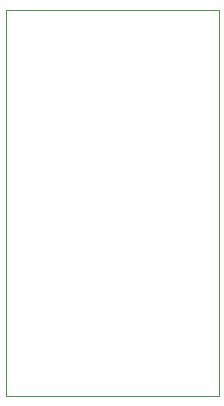
<source format=gbr>
%TF.GenerationSoftware,KiCad,Pcbnew,7.0.7*%
%TF.CreationDate,2023-09-15T20:16:18+02:00*%
%TF.ProjectId,DreameBreakout,44726561-6d65-4427-9265-616b6f75742e,rev?*%
%TF.SameCoordinates,Original*%
%TF.FileFunction,Other,Comment*%
%FSLAX45Y45*%
G04 Gerber Fmt 4.5, Leading zero omitted, Abs format (unit mm)*
G04 Created by KiCad (PCBNEW 7.0.7) date 2023-09-15 20:16:18*
%MOMM*%
%LPD*%
G01*
G04 APERTURE LIST*
%TA.AperFunction,Profile*%
%ADD10C,0.100000*%
%TD*%
G04 APERTURE END LIST*
D10*
X5000000Y-4065500D02*
X6800000Y-4065500D01*
X6800000Y-7332600D01*
X5000000Y-7332600D01*
X5000000Y-4065500D01*
M02*

</source>
